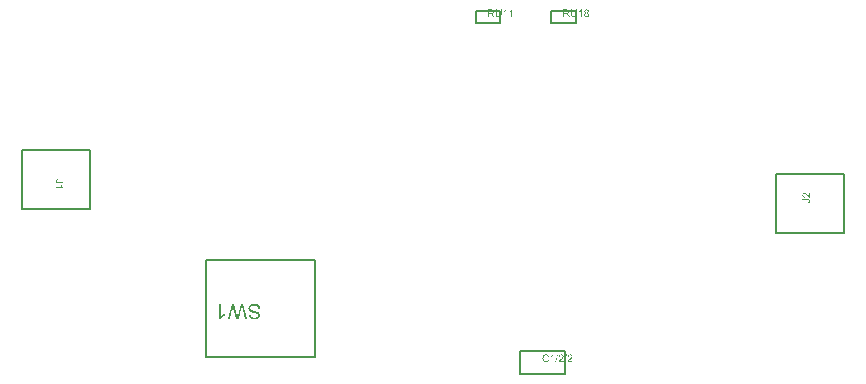
<source format=gbr>
G04*
G04 #@! TF.GenerationSoftware,Altium Limited,Altium Designer,24.9.1 (31)*
G04*
G04 Layer_Color=16711935*
%FSLAX44Y44*%
%MOMM*%
G71*
G04*
G04 #@! TF.SameCoordinates,B653029B-541F-4617-83FB-ACABD9EDAD60*
G04*
G04*
G04 #@! TF.FilePolarity,Positive*
G04*
G01*
G75*
%ADD12C,0.2000*%
G36*
X543641Y717486D02*
X543807D01*
X543992Y717468D01*
X544215Y717449D01*
X544677Y717375D01*
X545159Y717301D01*
X545640Y717172D01*
X546103Y717005D01*
X546122D01*
X546159Y716986D01*
X546214Y716949D01*
X546288Y716912D01*
X546511Y716801D01*
X546770Y716635D01*
X547066Y716412D01*
X547381Y716153D01*
X547677Y715838D01*
X547955Y715487D01*
Y715468D01*
X547992Y715431D01*
X548010Y715376D01*
X548066Y715301D01*
X548103Y715209D01*
X548159Y715098D01*
X548288Y714820D01*
X548418Y714468D01*
X548529Y714079D01*
X548603Y713635D01*
X548640Y713172D01*
X547048Y713024D01*
Y713042D01*
Y713061D01*
X547029Y713117D01*
Y713191D01*
X546992Y713357D01*
X546936Y713598D01*
X546862Y713839D01*
X546788Y714116D01*
X546659Y714376D01*
X546529Y714616D01*
X546511Y714635D01*
X546455Y714709D01*
X546362Y714838D01*
X546214Y714968D01*
X546029Y715135D01*
X545826Y715301D01*
X545548Y715468D01*
X545252Y715616D01*
X545233D01*
X545214Y715635D01*
X545159Y715653D01*
X545103Y715672D01*
X544918Y715727D01*
X544677Y715801D01*
X544381Y715875D01*
X544048Y715931D01*
X543678Y715968D01*
X543270Y715986D01*
X543103D01*
X542918Y715968D01*
X542696Y715949D01*
X542437Y715912D01*
X542141Y715875D01*
X541844Y715801D01*
X541567Y715709D01*
X541530Y715690D01*
X541437Y715653D01*
X541307Y715579D01*
X541141Y715505D01*
X540974Y715376D01*
X540789Y715246D01*
X540604Y715098D01*
X540456Y714913D01*
X540437Y714894D01*
X540400Y714820D01*
X540345Y714727D01*
X540271Y714579D01*
X540196Y714431D01*
X540141Y714246D01*
X540104Y714042D01*
X540085Y713820D01*
Y713802D01*
Y713709D01*
X540104Y713598D01*
X540122Y713450D01*
X540178Y713302D01*
X540233Y713117D01*
X540326Y712931D01*
X540456Y712765D01*
X540474Y712746D01*
X540530Y712691D01*
X540604Y712617D01*
X540733Y712505D01*
X540882Y712394D01*
X541085Y712265D01*
X541326Y712135D01*
X541604Y712024D01*
X541622Y712005D01*
X541715Y711987D01*
X541863Y711931D01*
X541955Y711913D01*
X542085Y711876D01*
X542215Y711820D01*
X542381Y711783D01*
X542567Y711728D01*
X542789Y711672D01*
X543011Y711617D01*
X543270Y711543D01*
X543567Y711469D01*
X543881Y711394D01*
X543900D01*
X543955Y711376D01*
X544048Y711357D01*
X544159Y711320D01*
X544307Y711283D01*
X544474Y711246D01*
X544844Y711135D01*
X545252Y711006D01*
X545677Y710876D01*
X546048Y710746D01*
X546214Y710672D01*
X546362Y710598D01*
X546381D01*
X546399Y710580D01*
X546511Y710506D01*
X546677Y710413D01*
X546862Y710265D01*
X547085Y710098D01*
X547307Y709895D01*
X547529Y709654D01*
X547714Y709395D01*
X547733Y709358D01*
X547788Y709265D01*
X547862Y709117D01*
X547936Y708932D01*
X548010Y708691D01*
X548084Y708413D01*
X548140Y708117D01*
X548159Y707802D01*
Y707784D01*
Y707765D01*
Y707710D01*
Y707635D01*
X548121Y707450D01*
X548084Y707210D01*
X548029Y706932D01*
X547936Y706617D01*
X547807Y706302D01*
X547622Y705988D01*
Y705969D01*
X547603Y705950D01*
X547510Y705839D01*
X547381Y705691D01*
X547214Y705506D01*
X546992Y705303D01*
X546714Y705080D01*
X546381Y704877D01*
X546011Y704691D01*
X545992D01*
X545955Y704673D01*
X545900Y704654D01*
X545826Y704617D01*
X545733Y704580D01*
X545603Y704543D01*
X545326Y704469D01*
X544974Y704395D01*
X544566Y704321D01*
X544141Y704266D01*
X543659Y704247D01*
X543418D01*
X543289Y704266D01*
X543159D01*
X542807Y704303D01*
X542418Y704358D01*
X542011Y704451D01*
X541567Y704562D01*
X541159Y704710D01*
X541141D01*
X541104Y704728D01*
X541048Y704765D01*
X540974Y704802D01*
X540789Y704895D01*
X540548Y705062D01*
X540271Y705247D01*
X539993Y705488D01*
X539734Y705765D01*
X539493Y706080D01*
Y706099D01*
X539474Y706117D01*
X539437Y706173D01*
X539400Y706228D01*
X539308Y706413D01*
X539197Y706654D01*
X539067Y706950D01*
X538974Y707302D01*
X538882Y707673D01*
X538845Y708080D01*
X540474Y708210D01*
Y708191D01*
Y708154D01*
X540493Y708099D01*
X540511Y708006D01*
X540567Y707802D01*
X540641Y707524D01*
X540752Y707228D01*
X540919Y706932D01*
X541122Y706654D01*
X541381Y706395D01*
X541418Y706376D01*
X541511Y706302D01*
X541696Y706191D01*
X541937Y706080D01*
X542252Y705969D01*
X542622Y705858D01*
X543085Y705784D01*
X543604Y705765D01*
X543863D01*
X543974Y705784D01*
X544122Y705802D01*
X544455Y705839D01*
X544826Y705913D01*
X545196Y706006D01*
X545548Y706154D01*
X545696Y706247D01*
X545844Y706339D01*
X545881Y706358D01*
X545955Y706432D01*
X546066Y706562D01*
X546177Y706710D01*
X546307Y706913D01*
X546418Y707136D01*
X546492Y707395D01*
X546529Y707691D01*
Y707728D01*
Y707802D01*
X546511Y707932D01*
X546474Y708080D01*
X546418Y708265D01*
X546325Y708450D01*
X546214Y708635D01*
X546048Y708821D01*
X546029Y708839D01*
X545937Y708895D01*
X545863Y708950D01*
X545788Y708987D01*
X545677Y709043D01*
X545548Y709117D01*
X545381Y709172D01*
X545196Y709247D01*
X544992Y709321D01*
X544752Y709413D01*
X544492Y709487D01*
X544196Y709580D01*
X543863Y709654D01*
X543492Y709746D01*
X543474D01*
X543400Y709765D01*
X543289Y709783D01*
X543159Y709820D01*
X542992Y709857D01*
X542789Y709913D01*
X542585Y709969D01*
X542363Y710024D01*
X541881Y710154D01*
X541418Y710283D01*
X541196Y710358D01*
X540993Y710432D01*
X540807Y710487D01*
X540659Y710561D01*
X540641D01*
X540604Y710580D01*
X540548Y710617D01*
X540474Y710654D01*
X540271Y710765D01*
X540030Y710913D01*
X539752Y711117D01*
X539474Y711339D01*
X539215Y711598D01*
X538993Y711876D01*
X538974Y711913D01*
X538900Y712005D01*
X538826Y712172D01*
X538715Y712394D01*
X538623Y712654D01*
X538530Y712968D01*
X538474Y713320D01*
X538456Y713690D01*
Y713709D01*
Y713727D01*
Y713783D01*
Y713857D01*
X538493Y714061D01*
X538530Y714320D01*
X538604Y714616D01*
X538697Y714931D01*
X538845Y715264D01*
X539048Y715616D01*
Y715635D01*
X539067Y715653D01*
X539160Y715764D01*
X539289Y715931D01*
X539474Y716116D01*
X539715Y716338D01*
X540011Y716579D01*
X540345Y716801D01*
X540733Y717005D01*
X540752D01*
X540789Y717023D01*
X540844Y717042D01*
X540919Y717079D01*
X541030Y717116D01*
X541159Y717172D01*
X541456Y717246D01*
X541807Y717338D01*
X542233Y717431D01*
X542696Y717486D01*
X543196Y717505D01*
X543492D01*
X543641Y717486D01*
D02*
G37*
G36*
X537308Y704469D02*
X535549D01*
X533642Y712876D01*
Y712894D01*
X533623Y712931D01*
X533605Y713005D01*
X533586Y713098D01*
X533568Y713228D01*
X533531Y713357D01*
X533493Y713524D01*
X533456Y713709D01*
X533364Y714098D01*
X533271Y714542D01*
X533179Y715024D01*
X533086Y715505D01*
Y715487D01*
X533068Y715413D01*
X533031Y715320D01*
X533012Y715172D01*
X532975Y715024D01*
X532919Y714838D01*
X532827Y714431D01*
X532716Y714024D01*
X532679Y713820D01*
X532623Y713635D01*
X532586Y713468D01*
X532549Y713320D01*
X532512Y713209D01*
X532494Y713135D01*
X530068Y704469D01*
X528013D01*
X526198Y710968D01*
Y710987D01*
X526161Y711080D01*
X526124Y711209D01*
X526087Y711376D01*
X526031Y711598D01*
X525957Y711839D01*
X525883Y712117D01*
X525809Y712431D01*
X525716Y712783D01*
X525642Y713135D01*
X525476Y713894D01*
X525309Y714690D01*
X525179Y715505D01*
Y715487D01*
X525161Y715450D01*
Y715376D01*
X525124Y715283D01*
X525105Y715172D01*
X525068Y715042D01*
X525050Y714875D01*
X524994Y714690D01*
X524902Y714283D01*
X524791Y713802D01*
X524679Y713283D01*
X524531Y712709D01*
X522532Y704469D01*
X520810D01*
X524328Y717283D01*
X525994D01*
X528679Y707524D01*
Y707506D01*
X528698Y707469D01*
X528716Y707413D01*
X528735Y707321D01*
X528790Y707117D01*
X528846Y706876D01*
X528920Y706617D01*
X528994Y706376D01*
X529049Y706173D01*
X529068Y706080D01*
X529086Y706025D01*
Y706043D01*
X529105Y706062D01*
X529123Y706173D01*
X529160Y706339D01*
X529216Y706543D01*
X529272Y706765D01*
X529346Y707025D01*
X529401Y707284D01*
X529475Y707524D01*
X532179Y717283D01*
X533956D01*
X537308Y704469D01*
D02*
G37*
G36*
X515514Y707265D02*
X515532Y707284D01*
X515625Y707358D01*
X515736Y707469D01*
X515921Y707598D01*
X516125Y707765D01*
X516384Y707950D01*
X516680Y708154D01*
X517014Y708358D01*
X517032D01*
X517051Y708376D01*
X517162Y708450D01*
X517347Y708543D01*
X517569Y708654D01*
X517828Y708784D01*
X518106Y708913D01*
X518384Y709043D01*
X518662Y709154D01*
Y707635D01*
X518643D01*
X518606Y707598D01*
X518532Y707580D01*
X518439Y707524D01*
X518328Y707469D01*
X518199Y707395D01*
X517884Y707210D01*
X517514Y707006D01*
X517143Y706747D01*
X516754Y706451D01*
X516366Y706136D01*
X516347Y706117D01*
X516329Y706099D01*
X516273Y706043D01*
X516199Y705988D01*
X516032Y705802D01*
X515810Y705580D01*
X515588Y705321D01*
X515347Y705025D01*
X515144Y704728D01*
X514958Y704414D01*
X513940D01*
Y717283D01*
X515514D01*
Y707265D01*
D02*
G37*
G36*
X790571Y674631D02*
X790654Y674621D01*
X790756Y674612D01*
X790858Y674603D01*
X790978Y674575D01*
X791228Y674520D01*
X791505Y674436D01*
X791644Y674381D01*
X791773Y674316D01*
X791902Y674233D01*
X792032Y674150D01*
X792041Y674140D01*
X792060Y674131D01*
X792097Y674103D01*
X792143Y674057D01*
X792189Y674011D01*
X792254Y673946D01*
X792318Y673872D01*
X792393Y673798D01*
X792467Y673706D01*
X792540Y673595D01*
X792624Y673484D01*
X792698Y673364D01*
X792762Y673225D01*
X792836Y673086D01*
X792892Y672939D01*
X792947Y672772D01*
X792115Y672578D01*
Y672587D01*
X792106Y672606D01*
X792087Y672643D01*
X792069Y672689D01*
X792050Y672744D01*
X792023Y672818D01*
X791949Y672966D01*
X791856Y673133D01*
X791745Y673299D01*
X791607Y673456D01*
X791459Y673595D01*
X791440Y673614D01*
X791385Y673650D01*
X791292Y673697D01*
X791172Y673761D01*
X791015Y673817D01*
X790839Y673872D01*
X790627Y673909D01*
X790395Y673919D01*
X790322D01*
X790275Y673909D01*
X790210D01*
X790137Y673900D01*
X789961Y673872D01*
X789767Y673835D01*
X789563Y673771D01*
X789351Y673678D01*
X789156Y673558D01*
X789147D01*
X789138Y673540D01*
X789073Y673493D01*
X788990Y673419D01*
X788888Y673308D01*
X788768Y673170D01*
X788657Y673012D01*
X788556Y672818D01*
X788463Y672606D01*
Y672596D01*
X788454Y672578D01*
X788445Y672550D01*
X788435Y672504D01*
X788417Y672449D01*
X788398Y672384D01*
X788371Y672227D01*
X788334Y672042D01*
X788297Y671838D01*
X788278Y671616D01*
X788269Y671376D01*
Y671367D01*
Y671339D01*
Y671293D01*
Y671237D01*
X788278Y671173D01*
Y671089D01*
X788288Y670997D01*
X788297Y670895D01*
X788324Y670673D01*
X788371Y670433D01*
X788426Y670193D01*
X788500Y669952D01*
Y669943D01*
X788509Y669924D01*
X788528Y669897D01*
X788546Y669850D01*
X788602Y669740D01*
X788685Y669610D01*
X788787Y669462D01*
X788916Y669305D01*
X789064Y669166D01*
X789240Y669037D01*
X789249D01*
X789268Y669028D01*
X789295Y669009D01*
X789332Y668991D01*
X789378Y668972D01*
X789434Y668944D01*
X789563Y668889D01*
X789730Y668833D01*
X789915Y668787D01*
X790118Y668750D01*
X790331Y668741D01*
X790395D01*
X790451Y668750D01*
X790516D01*
X790580Y668760D01*
X790747Y668796D01*
X790941Y668843D01*
X791135Y668917D01*
X791339Y669018D01*
X791440Y669074D01*
X791533Y669148D01*
X791542Y669157D01*
X791551Y669166D01*
X791579Y669194D01*
X791616Y669222D01*
X791653Y669268D01*
X791699Y669324D01*
X791755Y669379D01*
X791801Y669453D01*
X791856Y669536D01*
X791921Y669629D01*
X791976Y669721D01*
X792032Y669832D01*
X792078Y669952D01*
X792124Y670082D01*
X792171Y670220D01*
X792208Y670368D01*
X793058Y670156D01*
Y670146D01*
X793049Y670109D01*
X793030Y670054D01*
X793003Y669980D01*
X792975Y669897D01*
X792938Y669795D01*
X792892Y669684D01*
X792836Y669564D01*
X792707Y669305D01*
X792540Y669046D01*
X792439Y668917D01*
X792337Y668787D01*
X792226Y668676D01*
X792097Y668565D01*
X792087Y668556D01*
X792069Y668538D01*
X792023Y668519D01*
X791976Y668482D01*
X791902Y668436D01*
X791829Y668390D01*
X791727Y668344D01*
X791625Y668297D01*
X791505Y668242D01*
X791376Y668195D01*
X791237Y668149D01*
X791089Y668103D01*
X790932Y668066D01*
X790765Y668048D01*
X790590Y668029D01*
X790405Y668020D01*
X790303D01*
X790229Y668029D01*
X790146D01*
X790044Y668038D01*
X789933Y668057D01*
X789804Y668075D01*
X789536Y668122D01*
X789258Y668195D01*
X788981Y668297D01*
X788851Y668362D01*
X788722Y668436D01*
X788713Y668445D01*
X788694Y668454D01*
X788657Y668482D01*
X788620Y668519D01*
X788565Y668556D01*
X788500Y668612D01*
X788426Y668676D01*
X788352Y668750D01*
X788278Y668833D01*
X788195Y668917D01*
X788029Y669129D01*
X787871Y669379D01*
X787733Y669656D01*
Y669666D01*
X787714Y669693D01*
X787705Y669740D01*
X787677Y669795D01*
X787659Y669869D01*
X787631Y669961D01*
X787594Y670063D01*
X787566Y670174D01*
X787539Y670294D01*
X787502Y670433D01*
X787455Y670720D01*
X787418Y671043D01*
X787400Y671376D01*
Y671385D01*
Y671422D01*
Y671478D01*
X787409Y671542D01*
Y671635D01*
X787418Y671727D01*
X787428Y671848D01*
X787446Y671968D01*
X787492Y672236D01*
X787557Y672532D01*
X787650Y672828D01*
X787779Y673114D01*
X787788Y673123D01*
X787797Y673151D01*
X787816Y673188D01*
X787853Y673234D01*
X787890Y673299D01*
X787936Y673373D01*
X788056Y673540D01*
X788214Y673724D01*
X788398Y673909D01*
X788611Y674094D01*
X788861Y674251D01*
X788870Y674261D01*
X788898Y674270D01*
X788935Y674288D01*
X788981Y674316D01*
X789055Y674344D01*
X789129Y674372D01*
X789221Y674409D01*
X789323Y674446D01*
X789434Y674482D01*
X789554Y674520D01*
X789813Y674575D01*
X790109Y674621D01*
X790414Y674640D01*
X790506D01*
X790571Y674631D01*
D02*
G37*
G36*
X810976Y674547D02*
X811050Y674538D01*
X811143Y674529D01*
X811244Y674510D01*
X811346Y674492D01*
X811586Y674427D01*
X811827Y674335D01*
X811947Y674279D01*
X812067Y674214D01*
X812178Y674131D01*
X812280Y674039D01*
X812289Y674029D01*
X812308Y674020D01*
X812326Y673983D01*
X812363Y673946D01*
X812409Y673900D01*
X812455Y673835D01*
X812502Y673771D01*
X812557Y673687D01*
X812650Y673512D01*
X812742Y673290D01*
X812779Y673179D01*
X812797Y673049D01*
X812816Y672920D01*
X812825Y672781D01*
Y672763D01*
Y672717D01*
X812816Y672643D01*
X812807Y672541D01*
X812788Y672430D01*
X812751Y672301D01*
X812714Y672162D01*
X812659Y672023D01*
X812650Y672005D01*
X812631Y671958D01*
X812594Y671885D01*
X812539Y671783D01*
X812465Y671672D01*
X812372Y671533D01*
X812261Y671395D01*
X812132Y671237D01*
X812113Y671219D01*
X812067Y671163D01*
X812021Y671117D01*
X811975Y671071D01*
X811919Y671015D01*
X811845Y670941D01*
X811771Y670867D01*
X811679Y670784D01*
X811586Y670692D01*
X811475Y670590D01*
X811355Y670488D01*
X811226Y670368D01*
X811078Y670248D01*
X810930Y670119D01*
X810921Y670109D01*
X810902Y670091D01*
X810865Y670063D01*
X810819Y670026D01*
X810763Y669971D01*
X810699Y669915D01*
X810551Y669795D01*
X810394Y669656D01*
X810246Y669518D01*
X810116Y669398D01*
X810061Y669351D01*
X810015Y669305D01*
X810005Y669296D01*
X809978Y669268D01*
X809941Y669231D01*
X809894Y669176D01*
X809848Y669111D01*
X809793Y669046D01*
X809682Y668889D01*
X812834D01*
Y668131D01*
X808591D01*
Y668140D01*
Y668177D01*
Y668232D01*
X808600Y668307D01*
X808609Y668390D01*
X808628Y668482D01*
X808646Y668575D01*
X808683Y668676D01*
Y668686D01*
X808692Y668695D01*
X808711Y668750D01*
X808748Y668833D01*
X808803Y668944D01*
X808877Y669074D01*
X808970Y669222D01*
X809072Y669370D01*
X809201Y669527D01*
Y669536D01*
X809220Y669545D01*
X809266Y669601D01*
X809349Y669684D01*
X809469Y669804D01*
X809608Y669943D01*
X809783Y670109D01*
X809996Y670294D01*
X810227Y670488D01*
X810237Y670498D01*
X810274Y670525D01*
X810329Y670572D01*
X810394Y670627D01*
X810477Y670701D01*
X810579Y670784D01*
X810680Y670877D01*
X810800Y670978D01*
X811032Y671200D01*
X811263Y671422D01*
X811374Y671533D01*
X811475Y671644D01*
X811568Y671746D01*
X811642Y671848D01*
Y671857D01*
X811660Y671866D01*
X811679Y671894D01*
X811697Y671931D01*
X811762Y672032D01*
X811836Y672153D01*
X811901Y672301D01*
X811965Y672458D01*
X812002Y672633D01*
X812021Y672800D01*
Y672809D01*
Y672818D01*
X812012Y672874D01*
X812002Y672966D01*
X811975Y673068D01*
X811938Y673197D01*
X811873Y673327D01*
X811790Y673456D01*
X811679Y673586D01*
X811660Y673604D01*
X811614Y673641D01*
X811549Y673687D01*
X811448Y673752D01*
X811318Y673808D01*
X811170Y673863D01*
X810995Y673900D01*
X810800Y673909D01*
X810745D01*
X810708Y673900D01*
X810597Y673891D01*
X810468Y673863D01*
X810329Y673826D01*
X810172Y673761D01*
X810024Y673678D01*
X809885Y673567D01*
X809867Y673549D01*
X809830Y673503D01*
X809774Y673428D01*
X809719Y673318D01*
X809654Y673188D01*
X809599Y673022D01*
X809562Y672837D01*
X809543Y672624D01*
X808739Y672707D01*
Y672717D01*
X808748Y672744D01*
Y672791D01*
X808757Y672855D01*
X808776Y672929D01*
X808794Y673012D01*
X808822Y673114D01*
X808850Y673216D01*
X808924Y673438D01*
X809035Y673660D01*
X809099Y673771D01*
X809183Y673882D01*
X809266Y673983D01*
X809358Y674076D01*
X809367Y674085D01*
X809386Y674094D01*
X809414Y674122D01*
X809460Y674150D01*
X809515Y674187D01*
X809580Y674224D01*
X809654Y674270D01*
X809746Y674316D01*
X809848Y674362D01*
X809959Y674409D01*
X810079Y674446D01*
X810209Y674482D01*
X810348Y674510D01*
X810495Y674538D01*
X810653Y674547D01*
X810819Y674557D01*
X810911D01*
X810976Y674547D01*
D02*
G37*
G36*
X803515D02*
X803589Y674538D01*
X803681Y674529D01*
X803783Y674510D01*
X803885Y674492D01*
X804125Y674427D01*
X804365Y674335D01*
X804486Y674279D01*
X804606Y674214D01*
X804717Y674131D01*
X804819Y674039D01*
X804828Y674029D01*
X804846Y674020D01*
X804865Y673983D01*
X804902Y673946D01*
X804948Y673900D01*
X804994Y673835D01*
X805041Y673771D01*
X805096Y673687D01*
X805188Y673512D01*
X805281Y673290D01*
X805318Y673179D01*
X805336Y673049D01*
X805355Y672920D01*
X805364Y672781D01*
Y672763D01*
Y672717D01*
X805355Y672643D01*
X805346Y672541D01*
X805327Y672430D01*
X805290Y672301D01*
X805253Y672162D01*
X805198Y672023D01*
X805188Y672005D01*
X805170Y671958D01*
X805133Y671885D01*
X805078Y671783D01*
X805004Y671672D01*
X804911Y671533D01*
X804800Y671395D01*
X804671Y671237D01*
X804652Y671219D01*
X804606Y671163D01*
X804560Y671117D01*
X804513Y671071D01*
X804458Y671015D01*
X804384Y670941D01*
X804310Y670867D01*
X804218Y670784D01*
X804125Y670692D01*
X804014Y670590D01*
X803894Y670488D01*
X803765Y670368D01*
X803617Y670248D01*
X803469Y670119D01*
X803459Y670109D01*
X803441Y670091D01*
X803404Y670063D01*
X803358Y670026D01*
X803302Y669971D01*
X803238Y669915D01*
X803090Y669795D01*
X802933Y669656D01*
X802785Y669518D01*
X802655Y669398D01*
X802600Y669351D01*
X802553Y669305D01*
X802544Y669296D01*
X802516Y669268D01*
X802479Y669231D01*
X802433Y669176D01*
X802387Y669111D01*
X802331Y669046D01*
X802221Y668889D01*
X805373D01*
Y668131D01*
X801130D01*
Y668140D01*
Y668177D01*
Y668232D01*
X801139Y668307D01*
X801148Y668390D01*
X801167Y668482D01*
X801185Y668575D01*
X801222Y668676D01*
Y668686D01*
X801231Y668695D01*
X801250Y668750D01*
X801287Y668833D01*
X801342Y668944D01*
X801416Y669074D01*
X801509Y669222D01*
X801610Y669370D01*
X801740Y669527D01*
Y669536D01*
X801758Y669545D01*
X801805Y669601D01*
X801888Y669684D01*
X802008Y669804D01*
X802147Y669943D01*
X802322Y670109D01*
X802535Y670294D01*
X802766Y670488D01*
X802775Y670498D01*
X802812Y670525D01*
X802868Y670572D01*
X802933Y670627D01*
X803016Y670701D01*
X803117Y670784D01*
X803219Y670877D01*
X803339Y670978D01*
X803570Y671200D01*
X803802Y671422D01*
X803913Y671533D01*
X804014Y671644D01*
X804107Y671746D01*
X804181Y671848D01*
Y671857D01*
X804199Y671866D01*
X804218Y671894D01*
X804236Y671931D01*
X804301Y672032D01*
X804375Y672153D01*
X804439Y672301D01*
X804504Y672458D01*
X804541Y672633D01*
X804560Y672800D01*
Y672809D01*
Y672818D01*
X804550Y672874D01*
X804541Y672966D01*
X804513Y673068D01*
X804476Y673197D01*
X804412Y673327D01*
X804329Y673456D01*
X804218Y673586D01*
X804199Y673604D01*
X804153Y673641D01*
X804088Y673687D01*
X803987Y673752D01*
X803857Y673808D01*
X803709Y673863D01*
X803533Y673900D01*
X803339Y673909D01*
X803284D01*
X803247Y673900D01*
X803136Y673891D01*
X803006Y673863D01*
X802868Y673826D01*
X802711Y673761D01*
X802563Y673678D01*
X802424Y673567D01*
X802405Y673549D01*
X802368Y673503D01*
X802313Y673428D01*
X802258Y673318D01*
X802193Y673188D01*
X802137Y673022D01*
X802100Y672837D01*
X802082Y672624D01*
X801277Y672707D01*
Y672717D01*
X801287Y672744D01*
Y672791D01*
X801296Y672855D01*
X801314Y672929D01*
X801333Y673012D01*
X801361Y673114D01*
X801388Y673216D01*
X801462Y673438D01*
X801573Y673660D01*
X801638Y673771D01*
X801721Y673882D01*
X801805Y673983D01*
X801897Y674076D01*
X801906Y674085D01*
X801925Y674094D01*
X801952Y674122D01*
X801999Y674150D01*
X802054Y674187D01*
X802119Y674224D01*
X802193Y674270D01*
X802285Y674316D01*
X802387Y674362D01*
X802498Y674409D01*
X802618Y674446D01*
X802748Y674482D01*
X802886Y674510D01*
X803034Y674538D01*
X803191Y674547D01*
X803358Y674557D01*
X803450D01*
X803515Y674547D01*
D02*
G37*
G36*
X796738Y668131D02*
X795952D01*
Y673133D01*
X795943Y673123D01*
X795897Y673086D01*
X795841Y673031D01*
X795749Y672966D01*
X795647Y672883D01*
X795518Y672791D01*
X795370Y672689D01*
X795203Y672587D01*
X795194D01*
X795185Y672578D01*
X795129Y672541D01*
X795037Y672495D01*
X794926Y672439D01*
X794796Y672375D01*
X794658Y672310D01*
X794519Y672245D01*
X794380Y672190D01*
Y672948D01*
X794389D01*
X794408Y672966D01*
X794445Y672975D01*
X794491Y673003D01*
X794547Y673031D01*
X794611Y673068D01*
X794769Y673160D01*
X794954Y673262D01*
X795138Y673392D01*
X795333Y673540D01*
X795527Y673697D01*
X795536Y673706D01*
X795545Y673715D01*
X795573Y673743D01*
X795610Y673771D01*
X795693Y673863D01*
X795804Y673974D01*
X795915Y674103D01*
X796035Y674251D01*
X796137Y674399D01*
X796229Y674557D01*
X796738D01*
Y668131D01*
D02*
G37*
G36*
X806473Y668020D02*
X805845D01*
X807703Y674640D01*
X808332D01*
X806473Y668020D01*
D02*
G37*
G36*
X799012D02*
X798384D01*
X800242Y674640D01*
X800871D01*
X799012Y668020D01*
D02*
G37*
G36*
X816663Y962931D02*
Y962921D01*
Y962884D01*
Y962838D01*
Y962773D01*
X816654Y962690D01*
Y962598D01*
X816644Y962487D01*
X816635Y962376D01*
X816607Y962126D01*
X816571Y961867D01*
X816515Y961618D01*
X816478Y961497D01*
X816441Y961386D01*
Y961377D01*
X816432Y961359D01*
X816413Y961331D01*
X816395Y961294D01*
X816339Y961192D01*
X816256Y961063D01*
X816145Y960915D01*
X816016Y960767D01*
X815849Y960610D01*
X815646Y960471D01*
X815637D01*
X815618Y960453D01*
X815590Y960443D01*
X815544Y960416D01*
X815489Y960388D01*
X815415Y960360D01*
X815341Y960332D01*
X815248Y960295D01*
X815147Y960259D01*
X815036Y960231D01*
X814915Y960203D01*
X814777Y960175D01*
X814638Y960157D01*
X814490Y960138D01*
X814157Y960120D01*
X814074D01*
X814009Y960129D01*
X813935D01*
X813843Y960138D01*
X813741Y960148D01*
X813640Y960157D01*
X813409Y960194D01*
X813159Y960249D01*
X812918Y960323D01*
X812687Y960425D01*
X812678D01*
X812660Y960443D01*
X812632Y960462D01*
X812595Y960480D01*
X812493Y960554D01*
X812373Y960656D01*
X812234Y960786D01*
X812105Y960934D01*
X811975Y961118D01*
X811874Y961322D01*
Y961331D01*
X811864Y961349D01*
X811855Y961386D01*
X811837Y961433D01*
X811818Y961488D01*
X811800Y961562D01*
X811772Y961645D01*
X811753Y961747D01*
X811735Y961858D01*
X811707Y961978D01*
X811689Y962108D01*
X811670Y962246D01*
X811652Y962403D01*
X811643Y962570D01*
X811633Y962746D01*
Y962931D01*
Y966629D01*
X812484D01*
Y962931D01*
Y962921D01*
Y962894D01*
Y962847D01*
Y962792D01*
X812493Y962727D01*
Y962644D01*
X812502Y962468D01*
X812521Y962265D01*
X812549Y962061D01*
X812586Y961867D01*
X812604Y961784D01*
X812632Y961701D01*
X812641Y961682D01*
X812660Y961636D01*
X812706Y961571D01*
X812761Y961479D01*
X812826Y961386D01*
X812918Y961285D01*
X813029Y961183D01*
X813159Y961100D01*
X813177Y961091D01*
X813223Y961063D01*
X813307Y961035D01*
X813418Y960998D01*
X813547Y960952D01*
X813714Y960924D01*
X813889Y960897D01*
X814083Y960887D01*
X814176D01*
X814231Y960897D01*
X814314D01*
X814398Y960906D01*
X814601Y960943D01*
X814823Y960989D01*
X815036Y961063D01*
X815239Y961165D01*
X815331Y961229D01*
X815415Y961303D01*
X815424Y961313D01*
X815433Y961322D01*
X815452Y961349D01*
X815480Y961386D01*
X815507Y961442D01*
X815544Y961497D01*
X815581Y961581D01*
X815618Y961664D01*
X815655Y961766D01*
X815683Y961886D01*
X815720Y962025D01*
X815748Y962172D01*
X815775Y962339D01*
X815794Y962514D01*
X815812Y962718D01*
Y962931D01*
Y966629D01*
X816663D01*
Y962931D01*
D02*
G37*
G36*
X820713Y960231D02*
X819927D01*
Y965233D01*
X819917Y965223D01*
X819871Y965186D01*
X819816Y965131D01*
X819723Y965066D01*
X819622Y964983D01*
X819492Y964891D01*
X819344Y964789D01*
X819178Y964687D01*
X819168D01*
X819159Y964678D01*
X819104Y964641D01*
X819011Y964595D01*
X818900Y964539D01*
X818771Y964475D01*
X818632Y964410D01*
X818493Y964345D01*
X818355Y964290D01*
Y965048D01*
X818364D01*
X818383Y965066D01*
X818420Y965076D01*
X818466Y965103D01*
X818521Y965131D01*
X818586Y965168D01*
X818743Y965260D01*
X818928Y965362D01*
X819113Y965492D01*
X819307Y965639D01*
X819501Y965797D01*
X819511Y965806D01*
X819520Y965815D01*
X819548Y965843D01*
X819585Y965871D01*
X819668Y965963D01*
X819779Y966074D01*
X819890Y966204D01*
X820010Y966351D01*
X820111Y966499D01*
X820204Y966656D01*
X820713D01*
Y960231D01*
D02*
G37*
G36*
X808222Y966619D02*
X808305D01*
X808499Y966610D01*
X808702Y966582D01*
X808924Y966555D01*
X809128Y966509D01*
X809229Y966481D01*
X809313Y966453D01*
X809322D01*
X809331Y966444D01*
X809387Y966416D01*
X809470Y966379D01*
X809572Y966314D01*
X809682Y966231D01*
X809803Y966120D01*
X809914Y965991D01*
X810025Y965843D01*
Y965834D01*
X810034Y965824D01*
X810071Y965769D01*
X810108Y965676D01*
X810163Y965556D01*
X810210Y965418D01*
X810256Y965251D01*
X810283Y965076D01*
X810293Y964881D01*
Y964872D01*
Y964854D01*
Y964817D01*
X810283Y964770D01*
Y964706D01*
X810274Y964641D01*
X810237Y964484D01*
X810182Y964299D01*
X810108Y964105D01*
X809997Y963911D01*
X809923Y963818D01*
X809849Y963726D01*
X809840Y963716D01*
X809830Y963707D01*
X809803Y963679D01*
X809766Y963652D01*
X809719Y963615D01*
X809664Y963578D01*
X809590Y963531D01*
X809516Y963476D01*
X809424Y963430D01*
X809322Y963384D01*
X809211Y963328D01*
X809091Y963282D01*
X808952Y963245D01*
X808813Y963199D01*
X808656Y963171D01*
X808490Y963143D01*
X808508Y963134D01*
X808545Y963115D01*
X808601Y963079D01*
X808675Y963042D01*
X808841Y962940D01*
X808924Y962875D01*
X808998Y962820D01*
X809017Y962801D01*
X809063Y962755D01*
X809137Y962681D01*
X809229Y962588D01*
X809331Y962459D01*
X809451Y962320D01*
X809572Y962154D01*
X809701Y961969D01*
X810801Y960231D01*
X809747D01*
X808906Y961562D01*
Y961571D01*
X808887Y961590D01*
X808869Y961618D01*
X808841Y961655D01*
X808776Y961756D01*
X808693Y961886D01*
X808592Y962025D01*
X808490Y962172D01*
X808388Y962311D01*
X808296Y962440D01*
X808286Y962450D01*
X808259Y962487D01*
X808212Y962542D01*
X808148Y962607D01*
X808009Y962746D01*
X807935Y962810D01*
X807861Y962866D01*
X807852Y962875D01*
X807833Y962884D01*
X807796Y962903D01*
X807741Y962931D01*
X807685Y962958D01*
X807621Y962986D01*
X807473Y963032D01*
X807464D01*
X807445Y963042D01*
X807408D01*
X807362Y963051D01*
X807297Y963060D01*
X807223D01*
X807121Y963069D01*
X806031D01*
Y960231D01*
X805180D01*
Y966629D01*
X808148D01*
X808222Y966619D01*
D02*
G37*
G36*
X824947Y966647D02*
X825021Y966638D01*
X825104Y966629D01*
X825197Y966619D01*
X825289Y966592D01*
X825511Y966536D01*
X825733Y966453D01*
X825844Y966398D01*
X825955Y966333D01*
X826056Y966250D01*
X826158Y966167D01*
X826167Y966157D01*
X826177Y966148D01*
X826204Y966120D01*
X826241Y966083D01*
X826278Y966028D01*
X826325Y965972D01*
X826417Y965834D01*
X826509Y965658D01*
X826593Y965455D01*
X826657Y965223D01*
X826667Y965103D01*
X826676Y964974D01*
Y964965D01*
Y964955D01*
Y964900D01*
X826667Y964817D01*
X826648Y964715D01*
X826620Y964585D01*
X826574Y964456D01*
X826519Y964327D01*
X826435Y964197D01*
X826426Y964179D01*
X826389Y964142D01*
X826334Y964086D01*
X826260Y964012D01*
X826158Y963929D01*
X826038Y963846D01*
X825899Y963763D01*
X825733Y963689D01*
X825742D01*
X825761Y963679D01*
X825788Y963670D01*
X825825Y963652D01*
X825936Y963605D01*
X826066Y963541D01*
X826204Y963448D01*
X826352Y963347D01*
X826491Y963217D01*
X826620Y963069D01*
Y963060D01*
X826630Y963051D01*
X826667Y962995D01*
X826722Y962903D01*
X826778Y962783D01*
X826833Y962635D01*
X826889Y962459D01*
X826926Y962265D01*
X826935Y962052D01*
Y962043D01*
Y962015D01*
Y961969D01*
X826926Y961914D01*
X826916Y961849D01*
X826907Y961766D01*
X826889Y961673D01*
X826861Y961571D01*
X826796Y961359D01*
X826750Y961239D01*
X826685Y961128D01*
X826620Y961008D01*
X826546Y960897D01*
X826454Y960786D01*
X826352Y960675D01*
X826343Y960665D01*
X826325Y960647D01*
X826297Y960619D01*
X826251Y960591D01*
X826186Y960545D01*
X826121Y960499D01*
X826038Y960453D01*
X825946Y960397D01*
X825844Y960342D01*
X825724Y960295D01*
X825594Y960249D01*
X825465Y960203D01*
X825317Y960175D01*
X825160Y960148D01*
X825002Y960129D01*
X824827Y960120D01*
X824734D01*
X824670Y960129D01*
X824586Y960138D01*
X824494Y960148D01*
X824392Y960166D01*
X824281Y960194D01*
X824032Y960259D01*
X823902Y960305D01*
X823782Y960351D01*
X823653Y960416D01*
X823523Y960490D01*
X823403Y960573D01*
X823292Y960675D01*
X823283Y960684D01*
X823264Y960702D01*
X823236Y960730D01*
X823199Y960776D01*
X823163Y960832D01*
X823107Y960897D01*
X823061Y960971D01*
X823005Y961063D01*
X822950Y961155D01*
X822904Y961266D01*
X822811Y961497D01*
X822774Y961636D01*
X822747Y961775D01*
X822728Y961923D01*
X822719Y962071D01*
Y962080D01*
Y962098D01*
Y962135D01*
X822728Y962172D01*
Y962228D01*
X822737Y962293D01*
X822756Y962440D01*
X822793Y962607D01*
X822848Y962773D01*
X822931Y962949D01*
X823033Y963115D01*
Y963125D01*
X823052Y963134D01*
X823089Y963180D01*
X823163Y963254D01*
X823264Y963347D01*
X823394Y963439D01*
X823551Y963541D01*
X823727Y963624D01*
X823939Y963689D01*
X823930D01*
X823921Y963698D01*
X823893Y963707D01*
X823856Y963726D01*
X823773Y963763D01*
X823662Y963818D01*
X823542Y963892D01*
X823421Y963985D01*
X823310Y964086D01*
X823209Y964197D01*
X823199Y964216D01*
X823172Y964253D01*
X823135Y964327D01*
X823098Y964419D01*
X823052Y964539D01*
X823015Y964678D01*
X822987Y964835D01*
X822978Y965002D01*
Y965011D01*
Y965029D01*
Y965066D01*
X822987Y965122D01*
X822996Y965177D01*
X823005Y965251D01*
X823042Y965408D01*
X823098Y965593D01*
X823190Y965787D01*
X823246Y965889D01*
X823310Y965991D01*
X823394Y966083D01*
X823477Y966176D01*
X823486Y966185D01*
X823505Y966194D01*
X823532Y966222D01*
X823569Y966250D01*
X823616Y966287D01*
X823680Y966324D01*
X823754Y966370D01*
X823828Y966416D01*
X823921Y966462D01*
X824022Y966509D01*
X824133Y966546D01*
X824253Y966582D01*
X824512Y966638D01*
X824660Y966647D01*
X824808Y966656D01*
X824892D01*
X824947Y966647D01*
D02*
G37*
G36*
X752868Y962931D02*
Y962921D01*
Y962884D01*
Y962838D01*
Y962773D01*
X752859Y962690D01*
Y962598D01*
X752850Y962487D01*
X752841Y962376D01*
X752813Y962126D01*
X752776Y961867D01*
X752721Y961618D01*
X752684Y961497D01*
X752647Y961386D01*
Y961377D01*
X752637Y961359D01*
X752619Y961331D01*
X752600Y961294D01*
X752545Y961192D01*
X752462Y961063D01*
X752351Y960915D01*
X752221Y960767D01*
X752055Y960610D01*
X751852Y960471D01*
X751842D01*
X751824Y960453D01*
X751796Y960443D01*
X751750Y960416D01*
X751694Y960388D01*
X751620Y960360D01*
X751546Y960332D01*
X751454Y960295D01*
X751352Y960259D01*
X751241Y960231D01*
X751121Y960203D01*
X750982Y960175D01*
X750844Y960157D01*
X750696Y960138D01*
X750363Y960120D01*
X750280D01*
X750215Y960129D01*
X750141D01*
X750049Y960138D01*
X749947Y960148D01*
X749845Y960157D01*
X749614Y960194D01*
X749364Y960249D01*
X749124Y960323D01*
X748893Y960425D01*
X748884D01*
X748865Y960443D01*
X748837Y960462D01*
X748801Y960480D01*
X748699Y960554D01*
X748579Y960656D01*
X748440Y960786D01*
X748310Y960934D01*
X748181Y961118D01*
X748079Y961322D01*
Y961331D01*
X748070Y961349D01*
X748061Y961386D01*
X748042Y961433D01*
X748024Y961488D01*
X748005Y961562D01*
X747978Y961645D01*
X747959Y961747D01*
X747941Y961858D01*
X747913Y961978D01*
X747894Y962108D01*
X747876Y962246D01*
X747857Y962403D01*
X747848Y962570D01*
X747839Y962746D01*
Y962931D01*
Y966629D01*
X748689D01*
Y962931D01*
Y962921D01*
Y962894D01*
Y962847D01*
Y962792D01*
X748699Y962727D01*
Y962644D01*
X748708Y962468D01*
X748727Y962265D01*
X748754Y962061D01*
X748791Y961867D01*
X748810Y961784D01*
X748837Y961701D01*
X748847Y961682D01*
X748865Y961636D01*
X748911Y961571D01*
X748967Y961479D01*
X749032Y961386D01*
X749124Y961285D01*
X749235Y961183D01*
X749364Y961100D01*
X749383Y961091D01*
X749429Y961063D01*
X749512Y961035D01*
X749623Y960998D01*
X749753Y960952D01*
X749919Y960924D01*
X750095Y960897D01*
X750289Y960887D01*
X750381D01*
X750437Y960897D01*
X750520D01*
X750603Y960906D01*
X750807Y960943D01*
X751029Y960989D01*
X751241Y961063D01*
X751445Y961165D01*
X751537Y961229D01*
X751620Y961303D01*
X751630Y961313D01*
X751639Y961322D01*
X751657Y961349D01*
X751685Y961386D01*
X751713Y961442D01*
X751750Y961497D01*
X751787Y961581D01*
X751824Y961664D01*
X751861Y961766D01*
X751889Y961886D01*
X751926Y962025D01*
X751953Y962172D01*
X751981Y962339D01*
X751999Y962514D01*
X752018Y962718D01*
Y962931D01*
Y966629D01*
X752868D01*
Y962931D01*
D02*
G37*
G36*
X761892Y960231D02*
X761106D01*
Y965233D01*
X761097Y965223D01*
X761051Y965186D01*
X760995Y965131D01*
X760903Y965066D01*
X760801Y964983D01*
X760672Y964891D01*
X760524Y964789D01*
X760358Y964687D01*
X760348D01*
X760339Y964678D01*
X760284Y964641D01*
X760191Y964595D01*
X760080Y964539D01*
X759951Y964475D01*
X759812Y964410D01*
X759673Y964345D01*
X759535Y964290D01*
Y965048D01*
X759544D01*
X759562Y965066D01*
X759599Y965076D01*
X759645Y965103D01*
X759701Y965131D01*
X759766Y965168D01*
X759923Y965260D01*
X760108Y965362D01*
X760293Y965492D01*
X760487Y965639D01*
X760681Y965797D01*
X760690Y965806D01*
X760699Y965815D01*
X760727Y965843D01*
X760764Y965871D01*
X760847Y965963D01*
X760958Y966074D01*
X761069Y966204D01*
X761190Y966351D01*
X761291Y966499D01*
X761384Y966656D01*
X761892D01*
Y960231D01*
D02*
G37*
G36*
X756918D02*
X756132D01*
Y965233D01*
X756123Y965223D01*
X756077Y965186D01*
X756021Y965131D01*
X755929Y965066D01*
X755827Y964983D01*
X755698Y964891D01*
X755550Y964789D01*
X755383Y964687D01*
X755374D01*
X755365Y964678D01*
X755309Y964641D01*
X755217Y964595D01*
X755106Y964539D01*
X754977Y964475D01*
X754838Y964410D01*
X754699Y964345D01*
X754560Y964290D01*
Y965048D01*
X754570D01*
X754588Y965066D01*
X754625Y965076D01*
X754671Y965103D01*
X754727Y965131D01*
X754792Y965168D01*
X754949Y965260D01*
X755134Y965362D01*
X755319Y965492D01*
X755513Y965639D01*
X755707Y965797D01*
X755716Y965806D01*
X755725Y965815D01*
X755753Y965843D01*
X755790Y965871D01*
X755873Y965963D01*
X755984Y966074D01*
X756095Y966204D01*
X756215Y966351D01*
X756317Y966499D01*
X756410Y966656D01*
X756918D01*
Y960231D01*
D02*
G37*
G36*
X744427Y966619D02*
X744510D01*
X744705Y966610D01*
X744908Y966582D01*
X745130Y966555D01*
X745333Y966509D01*
X745435Y966481D01*
X745518Y966453D01*
X745527D01*
X745537Y966444D01*
X745592Y966416D01*
X745675Y966379D01*
X745777Y966314D01*
X745888Y966231D01*
X746008Y966120D01*
X746119Y965991D01*
X746230Y965843D01*
Y965834D01*
X746239Y965824D01*
X746276Y965769D01*
X746313Y965676D01*
X746369Y965556D01*
X746415Y965418D01*
X746461Y965251D01*
X746489Y965076D01*
X746498Y964881D01*
Y964872D01*
Y964854D01*
Y964817D01*
X746489Y964770D01*
Y964706D01*
X746480Y964641D01*
X746443Y964484D01*
X746387Y964299D01*
X746313Y964105D01*
X746202Y963911D01*
X746128Y963818D01*
X746055Y963726D01*
X746045Y963716D01*
X746036Y963707D01*
X746008Y963679D01*
X745971Y963652D01*
X745925Y963615D01*
X745870Y963578D01*
X745796Y963531D01*
X745722Y963476D01*
X745629Y963430D01*
X745527Y963384D01*
X745417Y963328D01*
X745296Y963282D01*
X745158Y963245D01*
X745019Y963199D01*
X744862Y963171D01*
X744695Y963143D01*
X744714Y963134D01*
X744751Y963115D01*
X744806Y963079D01*
X744880Y963042D01*
X745047Y962940D01*
X745130Y962875D01*
X745204Y962820D01*
X745222Y962801D01*
X745269Y962755D01*
X745343Y962681D01*
X745435Y962588D01*
X745537Y962459D01*
X745657Y962320D01*
X745777Y962154D01*
X745907Y961969D01*
X747007Y960231D01*
X745953D01*
X745111Y961562D01*
Y961571D01*
X745093Y961590D01*
X745074Y961618D01*
X745047Y961655D01*
X744982Y961756D01*
X744899Y961886D01*
X744797Y962025D01*
X744695Y962172D01*
X744594Y962311D01*
X744501Y962440D01*
X744492Y962450D01*
X744464Y962487D01*
X744418Y962542D01*
X744353Y962607D01*
X744215Y962746D01*
X744141Y962810D01*
X744067Y962866D01*
X744057Y962875D01*
X744039Y962884D01*
X744002Y962903D01*
X743947Y962931D01*
X743891Y962958D01*
X743826Y962986D01*
X743678Y963032D01*
X743669D01*
X743651Y963042D01*
X743614D01*
X743567Y963051D01*
X743503Y963060D01*
X743429D01*
X743327Y963069D01*
X742236D01*
Y960231D01*
X741385D01*
Y966629D01*
X744353D01*
X744427Y966619D01*
D02*
G37*
G36*
X377365Y822193D02*
X377355D01*
X377337D01*
X377300D01*
X377244Y822184D01*
X377189Y822174D01*
X377124D01*
X376967Y822147D01*
X376801Y822119D01*
X376634Y822063D01*
X376486Y822008D01*
X376422Y821971D01*
X376366Y821925D01*
X376357Y821915D01*
X376329Y821878D01*
X376283Y821823D01*
X376237Y821749D01*
X376181Y821647D01*
X376144Y821536D01*
X376107Y821398D01*
X376098Y821250D01*
Y821194D01*
X376107Y821139D01*
X376116Y821056D01*
X376135Y820972D01*
X376153Y820880D01*
X376190Y820787D01*
X376237Y820695D01*
X376246Y820686D01*
X376264Y820658D01*
X376301Y820621D01*
X376338Y820565D01*
X376403Y820519D01*
X376468Y820464D01*
X376542Y820418D01*
X376634Y820381D01*
X376643D01*
X376680Y820362D01*
X376745Y820353D01*
X376828Y820334D01*
X376939Y820316D01*
X377078Y820307D01*
X377244Y820288D01*
X377439D01*
X381849D01*
Y819437D01*
X377485D01*
X377476D01*
X377448D01*
X377411D01*
X377355D01*
X377281Y819447D01*
X377207D01*
X377032Y819465D01*
X376828Y819484D01*
X376616Y819521D01*
X376422Y819576D01*
X376237Y819641D01*
X376227D01*
X376218Y819650D01*
X376163Y819678D01*
X376089Y819724D01*
X375987Y819789D01*
X375885Y819881D01*
X375774Y819983D01*
X375663Y820113D01*
X375571Y820260D01*
X375562Y820279D01*
X375534Y820334D01*
X375497Y820418D01*
X375460Y820538D01*
X375414Y820686D01*
X375377Y820852D01*
X375349Y821037D01*
X375340Y821240D01*
Y821324D01*
X375349Y821379D01*
X375358Y821453D01*
X375368Y821527D01*
X375405Y821721D01*
X375460Y821925D01*
X375543Y822137D01*
X375599Y822248D01*
X375663Y822350D01*
X375737Y822442D01*
X375821Y822535D01*
X375830Y822544D01*
X375839Y822553D01*
X375876Y822572D01*
X375913Y822599D01*
X375959Y822636D01*
X376024Y822673D01*
X376098Y822710D01*
X376181Y822757D01*
X376274Y822794D01*
X376385Y822831D01*
X376496Y822868D01*
X376625Y822905D01*
X376764Y822923D01*
X376921Y822951D01*
X377078Y822960D01*
X377254D01*
X377365Y822193D01*
D02*
G37*
G36*
X380268Y817764D02*
X380286Y817746D01*
X380295Y817709D01*
X380323Y817662D01*
X380351Y817607D01*
X380388Y817542D01*
X380480Y817385D01*
X380582Y817200D01*
X380712Y817015D01*
X380859Y816821D01*
X381017Y816627D01*
X381026Y816618D01*
X381035Y816608D01*
X381063Y816581D01*
X381091Y816544D01*
X381183Y816460D01*
X381294Y816349D01*
X381423Y816239D01*
X381571Y816118D01*
X381719Y816017D01*
X381876Y815924D01*
Y815416D01*
X375451D01*
Y816202D01*
X380453D01*
X380443Y816211D01*
X380406Y816257D01*
X380351Y816312D01*
X380286Y816405D01*
X380203Y816507D01*
X380111Y816636D01*
X380009Y816784D01*
X379907Y816951D01*
Y816960D01*
X379898Y816969D01*
X379861Y817024D01*
X379815Y817117D01*
X379759Y817228D01*
X379695Y817357D01*
X379630Y817496D01*
X379565Y817635D01*
X379510Y817773D01*
X380268D01*
Y817764D01*
D02*
G37*
G36*
X1013929Y807115D02*
X1013920D01*
X1013883D01*
X1013828D01*
X1013754Y807124D01*
X1013670Y807133D01*
X1013578Y807152D01*
X1013485Y807170D01*
X1013384Y807207D01*
X1013374D01*
X1013365Y807216D01*
X1013310Y807235D01*
X1013226Y807272D01*
X1013116Y807327D01*
X1012986Y807401D01*
X1012838Y807494D01*
X1012690Y807596D01*
X1012533Y807725D01*
X1012524D01*
X1012515Y807744D01*
X1012459Y807790D01*
X1012376Y807873D01*
X1012256Y807993D01*
X1012117Y808132D01*
X1011951Y808307D01*
X1011766Y808520D01*
X1011572Y808751D01*
X1011562Y808761D01*
X1011535Y808798D01*
X1011488Y808853D01*
X1011433Y808918D01*
X1011359Y809001D01*
X1011276Y809103D01*
X1011183Y809204D01*
X1011081Y809324D01*
X1010860Y809556D01*
X1010638Y809787D01*
X1010527Y809898D01*
X1010416Y809999D01*
X1010314Y810092D01*
X1010212Y810166D01*
X1010203D01*
X1010194Y810184D01*
X1010166Y810203D01*
X1010129Y810221D01*
X1010027Y810286D01*
X1009907Y810360D01*
X1009759Y810425D01*
X1009602Y810489D01*
X1009427Y810526D01*
X1009260Y810545D01*
X1009251D01*
X1009242D01*
X1009186Y810536D01*
X1009094Y810526D01*
X1008992Y810499D01*
X1008863Y810462D01*
X1008733Y810397D01*
X1008604Y810314D01*
X1008474Y810203D01*
X1008456Y810184D01*
X1008419Y810138D01*
X1008373Y810073D01*
X1008308Y809972D01*
X1008252Y809842D01*
X1008197Y809694D01*
X1008160Y809519D01*
X1008151Y809324D01*
Y809269D01*
X1008160Y809232D01*
X1008169Y809121D01*
X1008197Y808992D01*
X1008234Y808853D01*
X1008299Y808696D01*
X1008382Y808548D01*
X1008493Y808409D01*
X1008511Y808391D01*
X1008558Y808354D01*
X1008631Y808298D01*
X1008742Y808243D01*
X1008872Y808178D01*
X1009038Y808122D01*
X1009223Y808086D01*
X1009436Y808067D01*
X1009353Y807263D01*
X1009343D01*
X1009316Y807272D01*
X1009269D01*
X1009205Y807281D01*
X1009131Y807300D01*
X1009047Y807318D01*
X1008946Y807346D01*
X1008844Y807374D01*
X1008622Y807448D01*
X1008400Y807559D01*
X1008289Y807623D01*
X1008178Y807707D01*
X1008077Y807790D01*
X1007984Y807882D01*
X1007975Y807891D01*
X1007966Y807910D01*
X1007938Y807938D01*
X1007910Y807984D01*
X1007873Y808039D01*
X1007836Y808104D01*
X1007790Y808178D01*
X1007744Y808270D01*
X1007698Y808372D01*
X1007651Y808483D01*
X1007614Y808603D01*
X1007577Y808733D01*
X1007550Y808871D01*
X1007522Y809019D01*
X1007513Y809176D01*
X1007504Y809343D01*
Y809435D01*
X1007513Y809500D01*
X1007522Y809574D01*
X1007531Y809667D01*
X1007550Y809768D01*
X1007568Y809870D01*
X1007633Y810110D01*
X1007725Y810351D01*
X1007781Y810471D01*
X1007846Y810591D01*
X1007929Y810702D01*
X1008021Y810804D01*
X1008030Y810813D01*
X1008040Y810832D01*
X1008077Y810850D01*
X1008114Y810887D01*
X1008160Y810933D01*
X1008225Y810979D01*
X1008289Y811026D01*
X1008373Y811081D01*
X1008548Y811174D01*
X1008770Y811266D01*
X1008881Y811303D01*
X1009010Y811321D01*
X1009140Y811340D01*
X1009279Y811349D01*
X1009297D01*
X1009343D01*
X1009417Y811340D01*
X1009519Y811331D01*
X1009630Y811312D01*
X1009759Y811275D01*
X1009898Y811238D01*
X1010037Y811183D01*
X1010055Y811174D01*
X1010101Y811155D01*
X1010175Y811118D01*
X1010277Y811063D01*
X1010388Y810989D01*
X1010527Y810896D01*
X1010666Y810785D01*
X1010823Y810656D01*
X1010841Y810637D01*
X1010897Y810591D01*
X1010943Y810545D01*
X1010989Y810499D01*
X1011044Y810443D01*
X1011118Y810369D01*
X1011192Y810295D01*
X1011276Y810203D01*
X1011368Y810110D01*
X1011470Y809999D01*
X1011572Y809879D01*
X1011692Y809750D01*
X1011812Y809602D01*
X1011941Y809454D01*
X1011951Y809445D01*
X1011969Y809426D01*
X1011997Y809389D01*
X1012034Y809343D01*
X1012089Y809287D01*
X1012145Y809223D01*
X1012265Y809075D01*
X1012404Y808918D01*
X1012542Y808770D01*
X1012663Y808640D01*
X1012709Y808585D01*
X1012755Y808539D01*
X1012764Y808529D01*
X1012792Y808502D01*
X1012829Y808465D01*
X1012884Y808418D01*
X1012949Y808372D01*
X1013014Y808317D01*
X1013171Y808206D01*
Y811358D01*
X1013929D01*
Y807115D01*
D02*
G37*
G36*
X1012098Y806153D02*
X1012172D01*
X1012348Y806135D01*
X1012552Y806116D01*
X1012764Y806079D01*
X1012958Y806024D01*
X1013143Y805959D01*
X1013152D01*
X1013162Y805950D01*
X1013217Y805922D01*
X1013291Y805876D01*
X1013393Y805811D01*
X1013495Y805719D01*
X1013606Y805617D01*
X1013717Y805488D01*
X1013809Y805340D01*
X1013818Y805321D01*
X1013846Y805266D01*
X1013883Y805182D01*
X1013920Y805062D01*
X1013966Y804914D01*
X1014003Y804748D01*
X1014031Y804563D01*
X1014040Y804360D01*
Y804276D01*
X1014031Y804221D01*
X1014022Y804147D01*
X1014012Y804073D01*
X1013975Y803879D01*
X1013920Y803675D01*
X1013837Y803463D01*
X1013781Y803352D01*
X1013717Y803250D01*
X1013643Y803158D01*
X1013559Y803065D01*
X1013550Y803056D01*
X1013541Y803047D01*
X1013504Y803028D01*
X1013467Y803000D01*
X1013421Y802963D01*
X1013356Y802926D01*
X1013282Y802889D01*
X1013199Y802843D01*
X1013106Y802806D01*
X1012995Y802769D01*
X1012884Y802732D01*
X1012755Y802695D01*
X1012616Y802677D01*
X1012459Y802649D01*
X1012302Y802640D01*
X1012126D01*
X1012015Y803407D01*
X1012025D01*
X1012043D01*
X1012080D01*
X1012135Y803417D01*
X1012191Y803426D01*
X1012256D01*
X1012413Y803454D01*
X1012579Y803481D01*
X1012746Y803537D01*
X1012894Y803592D01*
X1012958Y803629D01*
X1013014Y803675D01*
X1013023Y803685D01*
X1013051Y803722D01*
X1013097Y803777D01*
X1013143Y803851D01*
X1013199Y803953D01*
X1013236Y804064D01*
X1013273Y804202D01*
X1013282Y804350D01*
Y804406D01*
X1013273Y804461D01*
X1013263Y804545D01*
X1013245Y804628D01*
X1013226Y804720D01*
X1013189Y804813D01*
X1013143Y804905D01*
X1013134Y804914D01*
X1013116Y804942D01*
X1013079Y804979D01*
X1013042Y805034D01*
X1012977Y805081D01*
X1012912Y805136D01*
X1012838Y805182D01*
X1012746Y805219D01*
X1012737D01*
X1012700Y805238D01*
X1012635Y805247D01*
X1012552Y805266D01*
X1012441Y805284D01*
X1012302Y805293D01*
X1012135Y805312D01*
X1011941D01*
X1007531D01*
Y806162D01*
X1011895D01*
X1011904D01*
X1011932D01*
X1011969D01*
X1012025D01*
X1012098Y806153D01*
D02*
G37*
%LPC*%
G36*
X808046Y965917D02*
X806031D01*
Y963800D01*
X807935D01*
X808046Y963809D01*
X808175Y963818D01*
X808323Y963827D01*
X808471Y963846D01*
X808619Y963874D01*
X808749Y963911D01*
X808767Y963920D01*
X808804Y963938D01*
X808860Y963966D01*
X808934Y964003D01*
X809017Y964059D01*
X809100Y964123D01*
X809183Y964206D01*
X809248Y964299D01*
X809257Y964308D01*
X809276Y964345D01*
X809303Y964401D01*
X809340Y964475D01*
X809368Y964558D01*
X809396Y964650D01*
X809414Y964761D01*
X809424Y964872D01*
Y964881D01*
Y964891D01*
X809414Y964946D01*
X809405Y965029D01*
X809387Y965140D01*
X809340Y965251D01*
X809285Y965381D01*
X809202Y965501D01*
X809091Y965621D01*
X809072Y965630D01*
X809026Y965667D01*
X808952Y965714D01*
X808832Y965769D01*
X808693Y965824D01*
X808508Y965871D01*
X808296Y965908D01*
X808046Y965917D01*
D02*
G37*
G36*
X824827Y966009D02*
X824753D01*
X824670Y965991D01*
X824559Y965972D01*
X824438Y965935D01*
X824309Y965889D01*
X824189Y965815D01*
X824069Y965714D01*
X824059Y965704D01*
X824022Y965667D01*
X823976Y965602D01*
X823930Y965519D01*
X823875Y965418D01*
X823828Y965297D01*
X823791Y965168D01*
X823782Y965020D01*
Y965011D01*
Y965002D01*
X823791Y964946D01*
X823801Y964863D01*
X823819Y964761D01*
X823856Y964641D01*
X823902Y964521D01*
X823976Y964391D01*
X824069Y964280D01*
X824078Y964271D01*
X824124Y964234D01*
X824189Y964188D01*
X824272Y964142D01*
X824383Y964086D01*
X824512Y964040D01*
X824660Y964003D01*
X824827Y963994D01*
X824845D01*
X824901Y964003D01*
X824984Y964012D01*
X825095Y964031D01*
X825215Y964068D01*
X825335Y964114D01*
X825465Y964188D01*
X825576Y964280D01*
X825585Y964290D01*
X825622Y964336D01*
X825668Y964391D01*
X825724Y964475D01*
X825779Y964576D01*
X825825Y964696D01*
X825862Y964835D01*
X825872Y964983D01*
Y964992D01*
Y965002D01*
Y965057D01*
X825853Y965140D01*
X825835Y965242D01*
X825798Y965353D01*
X825742Y965473D01*
X825668Y965593D01*
X825566Y965714D01*
X825557Y965723D01*
X825511Y965760D01*
X825446Y965806D01*
X825363Y965861D01*
X825252Y965917D01*
X825132Y965963D01*
X824984Y966000D01*
X824827Y966009D01*
D02*
G37*
G36*
X824799Y963356D02*
X824744D01*
X824707Y963347D01*
X824605Y963337D01*
X824475Y963310D01*
X824327Y963263D01*
X824180Y963199D01*
X824022Y963106D01*
X823884Y962986D01*
X823865Y962968D01*
X823828Y962921D01*
X823773Y962838D01*
X823708Y962736D01*
X823634Y962598D01*
X823579Y962440D01*
X823542Y962265D01*
X823523Y962071D01*
Y962052D01*
Y962015D01*
X823532Y961951D01*
X823542Y961867D01*
X823560Y961766D01*
X823588Y961655D01*
X823625Y961544D01*
X823671Y961423D01*
X823680Y961414D01*
X823699Y961368D01*
X823736Y961313D01*
X823791Y961248D01*
X823856Y961165D01*
X823939Y961081D01*
X824032Y961008D01*
X824143Y960934D01*
X824161Y960924D01*
X824198Y960906D01*
X824263Y960878D01*
X824346Y960850D01*
X824448Y960823D01*
X824568Y960795D01*
X824697Y960776D01*
X824827Y960767D01*
X824882D01*
X824919Y960776D01*
X825030Y960786D01*
X825160Y960813D01*
X825307Y960860D01*
X825465Y960915D01*
X825613Y961008D01*
X825761Y961128D01*
X825779Y961146D01*
X825816Y961192D01*
X825881Y961276D01*
X825946Y961377D01*
X826010Y961507D01*
X826075Y961664D01*
X826112Y961849D01*
X826130Y962043D01*
Y962052D01*
Y962071D01*
Y962098D01*
X826121Y962135D01*
X826112Y962237D01*
X826084Y962376D01*
X826038Y962514D01*
X825973Y962672D01*
X825881Y962829D01*
X825751Y962977D01*
X825733Y962995D01*
X825687Y963032D01*
X825603Y963097D01*
X825492Y963171D01*
X825354Y963236D01*
X825187Y963300D01*
X825002Y963337D01*
X824799Y963356D01*
D02*
G37*
G36*
X744252Y965917D02*
X742236D01*
Y963800D01*
X744141D01*
X744252Y963809D01*
X744381Y963818D01*
X744529Y963827D01*
X744677Y963846D01*
X744825Y963874D01*
X744954Y963911D01*
X744973Y963920D01*
X745010Y963938D01*
X745065Y963966D01*
X745139Y964003D01*
X745222Y964059D01*
X745306Y964123D01*
X745389Y964206D01*
X745454Y964299D01*
X745463Y964308D01*
X745481Y964345D01*
X745509Y964401D01*
X745546Y964475D01*
X745574Y964558D01*
X745602Y964650D01*
X745620Y964761D01*
X745629Y964872D01*
Y964881D01*
Y964891D01*
X745620Y964946D01*
X745611Y965029D01*
X745592Y965140D01*
X745546Y965251D01*
X745490Y965381D01*
X745407Y965501D01*
X745296Y965621D01*
X745278Y965630D01*
X745232Y965667D01*
X745158Y965714D01*
X745038Y965769D01*
X744899Y965824D01*
X744714Y965871D01*
X744501Y965908D01*
X744252Y965917D01*
D02*
G37*
%LPD*%
D12*
X594640Y672740D02*
Y754740D01*
X502640D02*
X594640D01*
X502640Y672740D02*
Y754740D01*
Y672740D02*
X594640D01*
X768109Y658270D02*
Y677770D01*
Y658270D02*
X806691D01*
Y677770D01*
X768109D02*
X806691D01*
X794818Y954758D02*
Y965482D01*
Y954758D02*
X815542D01*
Y965482D01*
X794818D02*
X815542D01*
X731023Y954758D02*
Y965482D01*
Y954758D02*
X751748D01*
Y965482D01*
X731023D02*
X751748D01*
X346590Y847960D02*
X404090D01*
X346590Y797960D02*
Y847960D01*
Y797960D02*
X404090D01*
Y847960D01*
X985290Y777640D02*
X1042790D01*
Y827640D01*
X985290D02*
X1042790D01*
X985290Y777640D02*
Y827640D01*
M02*

</source>
